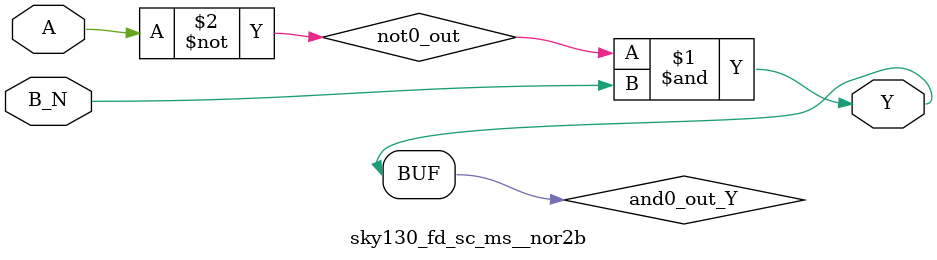
<source format=v>
/*
 * Copyright 2020 The SkyWater PDK Authors
 *
 * Licensed under the Apache License, Version 2.0 (the "License");
 * you may not use this file except in compliance with the License.
 * You may obtain a copy of the License at
 *
 *     https://www.apache.org/licenses/LICENSE-2.0
 *
 * Unless required by applicable law or agreed to in writing, software
 * distributed under the License is distributed on an "AS IS" BASIS,
 * WITHOUT WARRANTIES OR CONDITIONS OF ANY KIND, either express or implied.
 * See the License for the specific language governing permissions and
 * limitations under the License.
 *
 * SPDX-License-Identifier: Apache-2.0
*/


`ifndef SKY130_FD_SC_MS__NOR2B_FUNCTIONAL_V
`define SKY130_FD_SC_MS__NOR2B_FUNCTIONAL_V

/**
 * nor2b: 2-input NOR, first input inverted.
 *
 *        Y = !(A | B | C | !D)
 *
 * Verilog simulation functional model.
 */

`timescale 1ns / 1ps
`default_nettype none

`celldefine
module sky130_fd_sc_ms__nor2b (
    Y  ,
    A  ,
    B_N
);

    // Module ports
    output Y  ;
    input  A  ;
    input  B_N;

    // Local signals
    wire not0_out  ;
    wire and0_out_Y;

    //  Name  Output      Other arguments
    not not0 (not0_out  , A              );
    and and0 (and0_out_Y, not0_out, B_N  );
    buf buf0 (Y         , and0_out_Y     );

endmodule
`endcelldefine

`default_nettype wire
`endif  // SKY130_FD_SC_MS__NOR2B_FUNCTIONAL_V

</source>
